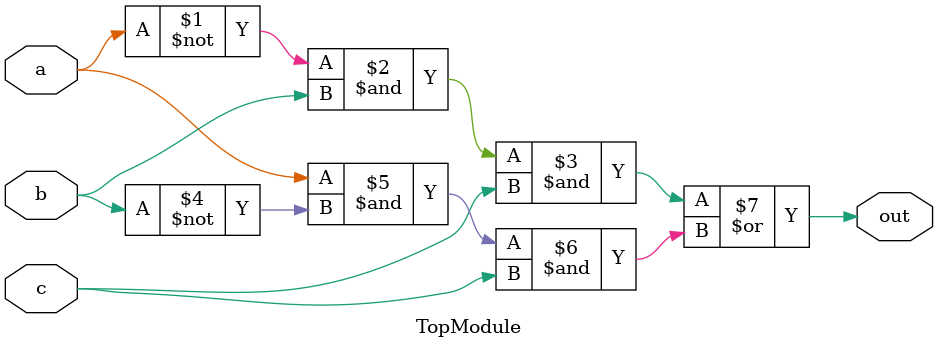
<source format=sv>

module TopModule (
  input a,
  input b,
  input c,
  output out
);

assign out = ~a & b & c | a & ~b & c;

endmodule

// VERILOG-EVAL: errant inclusion of module definition

</source>
